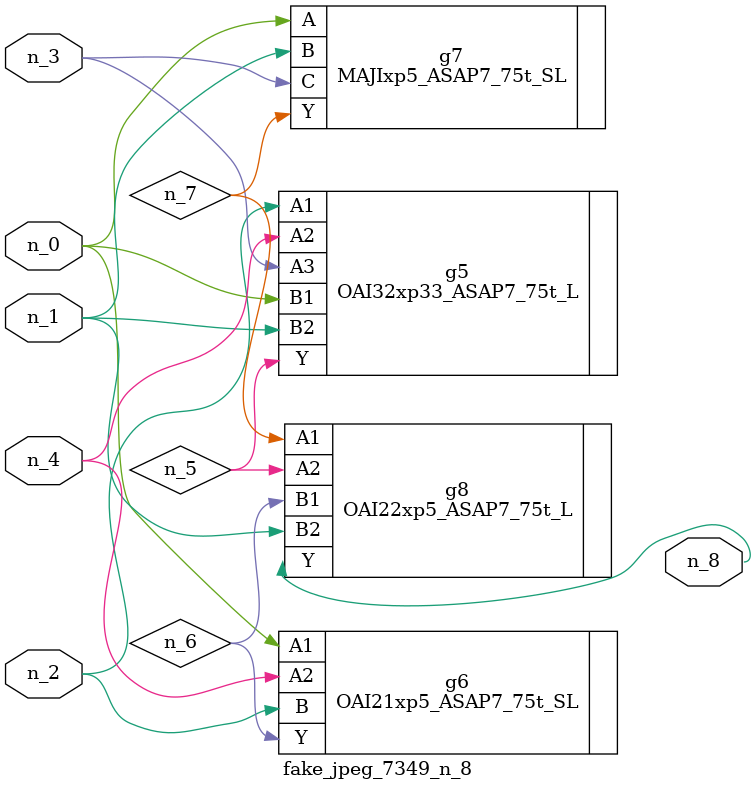
<source format=v>
module fake_jpeg_7349_n_8 (n_3, n_2, n_1, n_0, n_4, n_8);

input n_3;
input n_2;
input n_1;
input n_0;
input n_4;

output n_8;

wire n_6;
wire n_5;
wire n_7;

OAI32xp33_ASAP7_75t_L g5 ( 
.A1(n_2),
.A2(n_4),
.A3(n_3),
.B1(n_0),
.B2(n_1),
.Y(n_5)
);

OAI21xp5_ASAP7_75t_SL g6 ( 
.A1(n_0),
.A2(n_4),
.B(n_2),
.Y(n_6)
);

MAJIxp5_ASAP7_75t_SL g7 ( 
.A(n_0),
.B(n_1),
.C(n_3),
.Y(n_7)
);

OAI22xp5_ASAP7_75t_L g8 ( 
.A1(n_7),
.A2(n_5),
.B1(n_6),
.B2(n_1),
.Y(n_8)
);


endmodule
</source>
